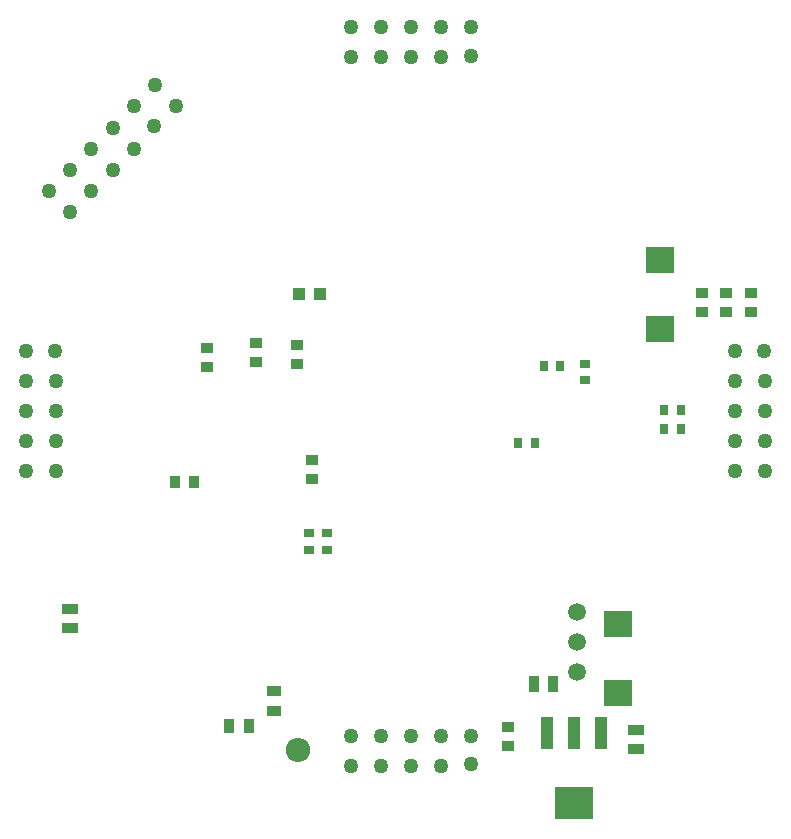
<source format=gbr>
%TF.GenerationSoftware,Altium Limited,Altium Designer,18.1.6 (161)*%
G04 Layer_Color=255*
%FSLAX25Y25*%
%MOIN*%
%TF.FileFunction,Pads,Bot*%
%TF.Part,Single*%
G01*
G75*
%TA.AperFunction,SMDPad,CuDef*%
%ADD12R,0.02756X0.03543*%
%ADD13R,0.05118X0.03347*%
%ADD15R,0.05315X0.03740*%
%ADD17R,0.03937X0.03543*%
%ADD20R,0.03543X0.03937*%
%ADD23R,0.03347X0.05118*%
%ADD25R,0.03543X0.02756*%
%TA.AperFunction,ComponentPad*%
%ADD35C,0.05000*%
%ADD36C,0.05906*%
%ADD37O,0.08110X0.08110*%
%TA.AperFunction,SMDPad,CuDef*%
%ADD40R,0.03740X0.05315*%
%ADD41R,0.09252X0.08661*%
%ADD42R,0.12992X0.10630*%
%ADD43R,0.03937X0.10630*%
%ADD44R,0.04331X0.04331*%
D12*
X356335Y304500D02*
D03*
X350823D02*
D03*
X399413Y308935D02*
D03*
X404925D02*
D03*
X399413Y315388D02*
D03*
X404925D02*
D03*
X359244Y330000D02*
D03*
X364756D02*
D03*
D13*
X269500Y221847D02*
D03*
Y215154D02*
D03*
D15*
X390000Y202350D02*
D03*
Y208650D02*
D03*
X201500Y249150D02*
D03*
Y242850D02*
D03*
D17*
X347500Y209650D02*
D03*
Y203350D02*
D03*
X277217Y330850D02*
D03*
Y337150D02*
D03*
X263437Y331350D02*
D03*
Y337650D02*
D03*
X282000Y298650D02*
D03*
Y292350D02*
D03*
X247000Y329850D02*
D03*
Y336150D02*
D03*
X428500Y354248D02*
D03*
Y347949D02*
D03*
X412000Y354248D02*
D03*
Y347949D02*
D03*
X420000Y354248D02*
D03*
Y347949D02*
D03*
D20*
X242650Y291338D02*
D03*
X236350D02*
D03*
D23*
X254505Y210000D02*
D03*
X261198D02*
D03*
D25*
X281122Y274256D02*
D03*
Y268744D02*
D03*
X287000Y274256D02*
D03*
Y268744D02*
D03*
X373000Y330756D02*
D03*
Y325244D02*
D03*
D35*
X196850Y294961D02*
D03*
Y304961D02*
D03*
Y314961D02*
D03*
Y324961D02*
D03*
X196350Y334961D02*
D03*
X186850D02*
D03*
Y324961D02*
D03*
Y314961D02*
D03*
Y304961D02*
D03*
Y294961D02*
D03*
X423071D02*
D03*
Y304961D02*
D03*
Y314961D02*
D03*
Y324961D02*
D03*
Y334961D02*
D03*
X432571D02*
D03*
X433071Y324961D02*
D03*
Y314961D02*
D03*
Y304961D02*
D03*
Y294961D02*
D03*
X229713Y423713D02*
D03*
X236784Y416642D02*
D03*
X201429Y381287D02*
D03*
X208500Y388358D02*
D03*
X215571Y395429D02*
D03*
X222642Y402500D02*
D03*
X229360Y409925D02*
D03*
X222642Y416642D02*
D03*
X215571Y409571D02*
D03*
X208500Y402500D02*
D03*
X201429Y395429D02*
D03*
X194358Y388358D02*
D03*
X294961Y433071D02*
D03*
X304961D02*
D03*
X314961D02*
D03*
X324961D02*
D03*
X334961Y433571D02*
D03*
Y443071D02*
D03*
X324961D02*
D03*
X314961D02*
D03*
X304961D02*
D03*
X294961D02*
D03*
Y196850D02*
D03*
X304961D02*
D03*
X314961D02*
D03*
X324961D02*
D03*
X334961Y197350D02*
D03*
Y206850D02*
D03*
X324961D02*
D03*
X314961D02*
D03*
X304961D02*
D03*
X294961D02*
D03*
D36*
X370437Y228000D02*
D03*
Y238000D02*
D03*
Y248000D02*
D03*
D37*
X277327Y202153D02*
D03*
D40*
X362394Y224000D02*
D03*
X356095D02*
D03*
D41*
X384000Y244016D02*
D03*
Y220984D02*
D03*
X398000Y342484D02*
D03*
Y365516D02*
D03*
D42*
X369500Y184386D02*
D03*
D43*
X378555Y207614D02*
D03*
X369500D02*
D03*
X360445D02*
D03*
D44*
X277610Y354000D02*
D03*
X284697D02*
D03*
%TF.MD5,3628cb1472dc3440eecd7c545bf26030*%
M02*

</source>
